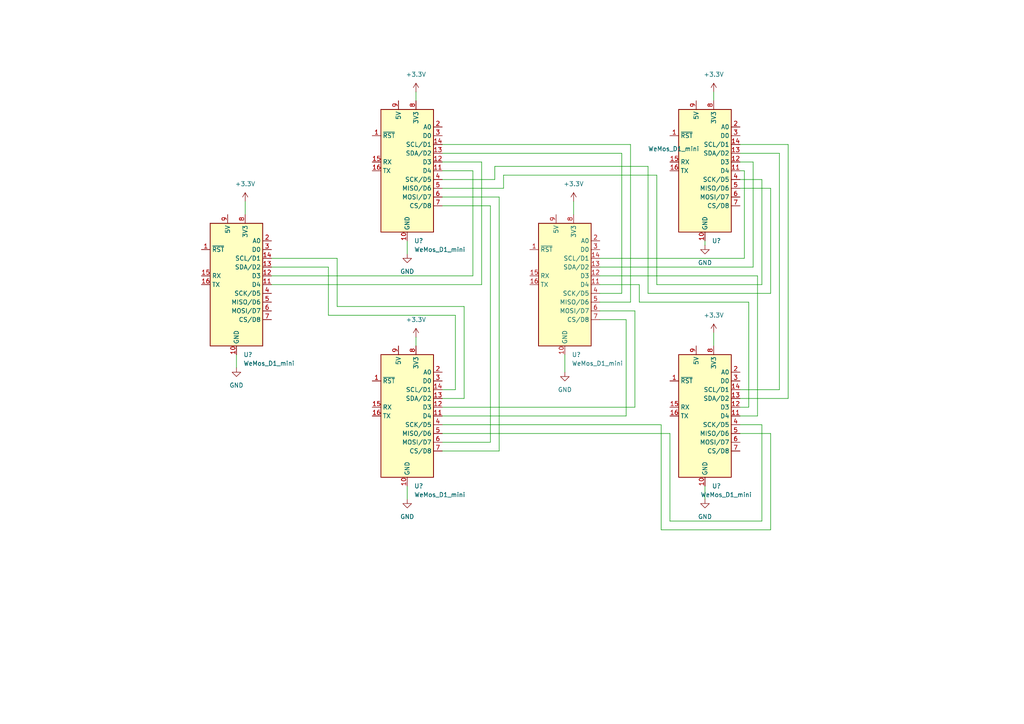
<source format=kicad_sch>
(kicad_sch (version 20211123) (generator eeschema)
  (paper "A4")
  (lib_symbols
    (symbol "MCU_Module:WeMos_D1_mini"
      (property "Reference" "U" (at 3.81 19.05 0))
      (property "Value" "WeMos_D1_mini" (at 1.27 -19.05 0))
      (symbol "WeMos_D1_mini_1_1"
        (rectangle (start -7.62 17.78) (end 7.62 -17.78) (stroke (width 0.254)) (fill (type background)))
        (pin input line (at -10.16 10.16 0) (length 2.54) (name "~{RST}") (number "1"))
        (pin power_in line (at 0 -20.32 90) (length 2.54) (name "GND") (number "10"))
        (pin bidirectional line (at 10.16 0 180) (length 2.54) (name "D4") (number "11"))
        (pin bidirectional line (at 10.16 2.54 180) (length 2.54) (name "D3") (number "12"))
        (pin bidirectional line (at 10.16 5.08 180) (length 2.54) (name "SDA/D2") (number "13"))
        (pin bidirectional line (at 10.16 7.62 180) (length 2.54) (name "SCL/D1") (number "14"))
        (pin input line (at -10.16 2.54 0) (length 2.54) (name "RX") (number "15"))
        (pin output line (at -10.16 0 0) (length 2.54) (name "TX") (number "16"))
        (pin input line (at 10.16 12.7 180) (length 2.54) (name "A0") (number "2"))
        (pin bidirectional line (at 10.16 10.16 180) (length 2.54) (name "D0") (number "3"))
        (pin bidirectional line (at 10.16 -2.54 180) (length 2.54) (name "SCK/D5") (number "4"))
        (pin bidirectional line (at 10.16 -5.08 180) (length 2.54) (name "MISO/D6") (number "5"))
        (pin bidirectional line (at 10.16 -7.62 180) (length 2.54) (name "MOSI/D7") (number "6"))
        (pin bidirectional line (at 10.16 -10.16 180) (length 2.54) (name "CS/D8") (number "7"))
        (pin power_out line (at 2.54 20.32 270) (length 2.54) (name "3V3") (number "8"))
        (pin power_in line (at -2.54 20.32 270) (length 2.54) (name "5V") (number "9"))
      )
    )
    (symbol "power:+3.3V" (power) (pin_names (offset 0))
      (property "Value" "+3.3V" (at 0 3.556 0))
      (symbol "+3.3V_0_1"
        (polyline (pts (xy -0.762 1.27) (xy 0 2.54)))
        (polyline (pts (xy 0 0) (xy 0 2.54)))
        (polyline (pts (xy 0 2.54) (xy 0.762 1.27)))
      )
      (symbol "+3.3V_1_1"
        (pin power_in line (at 0 0 90) (length 0) hide (name "+3.3V") (number "1"))
      )
    )
    (symbol "power:GND" (power) (pin_names (offset 0))
      (property "Value" "GND" (at 0 -3.81 0))
      (symbol "GND_0_1"
        (polyline (pts (xy 0 0) (xy 0 -1.27) (xy 1.27 -1.27) (xy 0 -2.54) (xy -1.27 -1.27) (xy 0 -1.27)))
      )
      (symbol "GND_1_1"
        (pin power_in line (at 0 0 270) (length 0) hide (name "GND") (number "1"))
      )
    )
  )
  (wire (pts (xy 180.34 44.45) (xy 128.27 44.45)))
  (wire (pts (xy 173.99 85.09) (xy 180.34 85.09)))
  (wire (pts (xy 128.27 46.99) (xy 139.7 46.99)))
  (wire (pts (xy 142.24 59.69) (xy 142.24 128.27)))
  (wire (pts (xy 173.99 77.47) (xy 218.44 77.47)))
  (wire (pts (xy 97.79 74.93) (xy 97.79 88.9)))
  (wire (pts (xy 219.71 120.65) (xy 214.63 120.65)))
  (wire (pts (xy 214.63 41.91) (xy 228.6 41.91)))
  (wire (pts (xy 118.11 140.97) (xy 118.11 144.78)))
  (wire (pts (xy 71.12 58.42) (xy 71.12 62.23)))
  (wire (pts (xy 137.16 49.53) (xy 128.27 49.53)))
  (wire (pts (xy 142.24 128.27) (xy 128.27 128.27)))
  (wire (pts (xy 207.01 26.67) (xy 207.01 29.21)))
  (wire (pts (xy 78.74 80.01) (xy 137.16 80.01)))
  (wire (pts (xy 173.99 90.17) (xy 184.15 90.17)))
  (wire (pts (xy 128.27 125.73) (xy 194.31 125.73)))
  (wire (pts (xy 219.71 80.01) (xy 219.71 120.65)))
  (wire (pts (xy 173.99 82.55) (xy 185.42 82.55)))
  (wire (pts (xy 128.27 59.69) (xy 142.24 59.69)))
  (wire (pts (xy 139.7 82.55) (xy 139.7 46.99)))
  (wire (pts (xy 68.58 102.87) (xy 68.58 106.68)))
  (wire (pts (xy 223.52 153.67) (xy 191.77 153.67)))
  (wire (pts (xy 143.51 52.07) (xy 143.51 48.26)))
  (wire (pts (xy 220.98 151.13) (xy 220.98 123.19)))
  (wire (pts (xy 223.52 85.09) (xy 223.52 54.61)))
  (wire (pts (xy 215.9 74.93) (xy 173.99 74.93)))
  (wire (pts (xy 191.77 153.67) (xy 191.77 123.19)))
  (wire (pts (xy 182.88 87.63) (xy 173.99 87.63)))
  (wire (pts (xy 204.47 69.85) (xy 204.47 71.12)))
  (wire (pts (xy 97.79 88.9) (xy 134.62 88.9)))
  (wire (pts (xy 187.96 48.26) (xy 187.96 85.09)))
  (wire (pts (xy 137.16 80.01) (xy 137.16 49.53)))
  (wire (pts (xy 218.44 77.47) (xy 218.44 46.99)))
  (wire (pts (xy 128.27 52.07) (xy 143.51 52.07)))
  (wire (pts (xy 128.27 57.15) (xy 144.78 57.15)))
  (wire (pts (xy 204.47 140.97) (xy 204.47 144.78)))
  (wire (pts (xy 143.51 48.26) (xy 187.96 48.26)))
  (wire (pts (xy 128.27 118.11) (xy 184.15 118.11)))
  (wire (pts (xy 207.01 96.52) (xy 207.01 100.33)))
  (wire (pts (xy 163.83 102.87) (xy 163.83 107.95)))
  (wire (pts (xy 166.37 58.42) (xy 166.37 62.23)))
  (wire (pts (xy 134.62 88.9) (xy 134.62 115.57)))
  (wire (pts (xy 214.63 125.73) (xy 223.52 125.73)))
  (wire (pts (xy 220.98 52.07) (xy 214.63 52.07)))
  (wire (pts (xy 220.98 82.55) (xy 220.98 52.07)))
  (wire (pts (xy 144.78 57.15) (xy 144.78 130.81)))
  (wire (pts (xy 187.96 85.09) (xy 223.52 85.09)))
  (wire (pts (xy 173.99 80.01) (xy 219.71 80.01)))
  (wire (pts (xy 223.52 54.61) (xy 214.63 54.61)))
  (wire (pts (xy 190.5 50.8) (xy 190.5 82.55)))
  (wire (pts (xy 118.11 69.85) (xy 118.11 73.66)))
  (wire (pts (xy 132.08 91.44) (xy 132.08 113.03)))
  (wire (pts (xy 226.06 113.03) (xy 226.06 44.45)))
  (wire (pts (xy 120.65 26.67) (xy 120.65 29.21)))
  (wire (pts (xy 128.27 41.91) (xy 182.88 41.91)))
  (wire (pts (xy 146.05 50.8) (xy 190.5 50.8)))
  (wire (pts (xy 214.63 118.11) (xy 217.17 118.11)))
  (wire (pts (xy 78.74 82.55) (xy 139.7 82.55)))
  (wire (pts (xy 78.74 74.93) (xy 97.79 74.93)))
  (wire (pts (xy 146.05 54.61) (xy 146.05 50.8)))
  (wire (pts (xy 214.63 115.57) (xy 228.6 115.57)))
  (wire (pts (xy 184.15 90.17) (xy 184.15 118.11)))
  (wire (pts (xy 194.31 151.13) (xy 220.98 151.13)))
  (wire (pts (xy 185.42 87.63) (xy 217.17 87.63)))
  (wire (pts (xy 185.42 82.55) (xy 185.42 87.63)))
  (wire (pts (xy 95.25 91.44) (xy 132.08 91.44)))
  (wire (pts (xy 95.25 77.47) (xy 95.25 91.44)))
  (wire (pts (xy 220.98 123.19) (xy 214.63 123.19)))
  (wire (pts (xy 128.27 54.61) (xy 146.05 54.61)))
  (wire (pts (xy 228.6 115.57) (xy 228.6 41.91)))
  (wire (pts (xy 214.63 46.99) (xy 218.44 46.99)))
  (wire (pts (xy 180.34 85.09) (xy 180.34 44.45)))
  (wire (pts (xy 181.61 120.65) (xy 128.27 120.65)))
  (wire (pts (xy 128.27 113.03) (xy 132.08 113.03)))
  (wire (pts (xy 190.5 82.55) (xy 220.98 82.55)))
  (wire (pts (xy 223.52 125.73) (xy 223.52 153.67)))
  (wire (pts (xy 214.63 49.53) (xy 215.9 49.53)))
  (wire (pts (xy 182.88 41.91) (xy 182.88 87.63)))
  (wire (pts (xy 120.65 97.79) (xy 120.65 100.33)))
  (wire (pts (xy 215.9 49.53) (xy 215.9 74.93)))
  (wire (pts (xy 194.31 125.73) (xy 194.31 151.13)))
  (wire (pts (xy 173.99 92.71) (xy 181.61 92.71)))
  (wire (pts (xy 78.74 77.47) (xy 95.25 77.47)))
  (wire (pts (xy 144.78 130.81) (xy 128.27 130.81)))
  (wire (pts (xy 181.61 92.71) (xy 181.61 120.65)))
  (wire (pts (xy 134.62 115.57) (xy 128.27 115.57)))
  (wire (pts (xy 217.17 87.63) (xy 217.17 118.11)))
  (wire (pts (xy 214.63 113.03) (xy 226.06 113.03)))
  (wire (pts (xy 214.63 44.45) (xy 226.06 44.45)))
  (wire (pts (xy 128.27 123.19) (xy 191.77 123.19)))
  (symbol (lib_id "MCU_Module:WeMos_D1_mini") (at 68.58 82.55 0) (unit 1)
    (property "Reference" "U?" (at 70.5994 102.87 0) (effects (justify left)))
    (property "Value" "WeMos_D1_mini" (at 70.5994 105.41 0) (effects (justify left)))
    (property "Footprint" "Module:WEMOS_D1_mini_light" (effects hide))
    (property "Datasheet" "https://wiki.wemos.cc/products:d1:d1_mini#documentation" (effects hide))
  )
  (symbol (lib_id "power:GND") (at 163.83 107.95 0) (unit 1)
    (property "Reference" "#PWR?" (effects hide))
    (property "Value" "GND" (at 163.83 113.03 0))
  )
  (symbol (lib_id "power:GND") (at 204.47 144.78 0) (unit 1)
    (property "Reference" "#PWR?" (effects hide))
    (property "Value" "GND" (at 204.47 149.86 0))
  )
  (symbol (lib_id "MCU_Module:WeMos_D1_mini") (at 118.11 120.65 0) (unit 1)
    (property "Reference" "U?" (at 120.1294 140.97 0) (effects (justify left)))
    (property "Value" "WeMos_D1_mini" (at 120.1294 143.51 0) (effects (justify left)))
    (property "Footprint" "Module:WEMOS_D1_mini_light" (effects hide))
    (property "Datasheet" "https://wiki.wemos.cc/products:d1:d1_mini#documentation" (effects hide))
  )
  (symbol (lib_id "power:GND") (at 118.11 73.66 0) (unit 1)
    (property "Reference" "#PWR?" (effects hide))
    (property "Value" "GND" (at 118.11 78.74 0))
  )
  (symbol (lib_id "power:+3.3V") (at 71.12 58.42 0) (unit 1)
    (property "Reference" "#PWR?" (effects hide))
    (property "Value" "+3.3V" (at 71.12 53.34 0))
  )
  (symbol (lib_id "power:GND") (at 204.47 71.12 0) (unit 1)
    (property "Reference" "#PWR?" (effects hide))
    (property "Value" "GND" (at 204.47 76.2 0))
  )
  (symbol (lib_id "power:+3.3V") (at 207.01 96.52 0) (unit 1)
    (property "Reference" "#PWR?" (effects hide))
    (property "Value" "+3.3V" (at 207.01 91.44 0))
  )
  (symbol (lib_id "power:+3.3V") (at 120.65 97.79 0) (unit 1)
    (property "Reference" "#PWR?" (effects hide))
    (property "Value" "+3.3V" (at 120.65 92.71 0))
  )
  (symbol (lib_id "MCU_Module:WeMos_D1_mini") (at 204.47 120.65 0) (unit 1)
    (property "Reference" "U?" (at 206.4894 140.97 0) (effects (justify left)))
    (property "Value" "WeMos_D1_mini" (at 203.2 143.51 0) (effects (justify left)))
    (property "Footprint" "Module:WEMOS_D1_mini_light" (effects hide))
    (property "Datasheet" "https://wiki.wemos.cc/products:d1:d1_mini#documentation" (effects hide))
  )
  (symbol (lib_id "power:+3.3V") (at 120.65 26.67 0) (unit 1)
    (property "Reference" "#PWR?" (effects hide))
    (property "Value" "+3.3V" (at 120.65 21.59 0))
  )
  (symbol (lib_id "MCU_Module:WeMos_D1_mini") (at 204.47 49.53 0) (unit 1)
    (property "Reference" "U?" (at 206.4894 69.85 0) (effects (justify left)))
    (property "Value" "WeMos_D1_mini" (at 187.96 43.18 0) (effects (justify left)))
    (property "Footprint" "Module:WEMOS_D1_mini_light" (effects hide))
    (property "Datasheet" "https://wiki.wemos.cc/products:d1:d1_mini#documentation" (effects hide))
  )
  (symbol (lib_id "power:+3.3V") (at 166.37 58.42 0) (unit 1)
    (property "Reference" "#PWR?" (effects hide))
    (property "Value" "+3.3V" (at 166.37 53.34 0))
  )
  (symbol (lib_id "power:+3.3V") (at 207.01 26.67 0) (unit 1)
    (property "Reference" "#PWR?" (effects hide))
    (property "Value" "+3.3V" (at 207.01 21.59 0))
  )
  (symbol (lib_id "MCU_Module:WeMos_D1_mini") (at 118.11 49.53 0) (unit 1)
    (property "Reference" "U?" (at 120.1294 69.85 0) (effects (justify left)))
    (property "Value" "WeMos_D1_mini" (at 120.1294 72.39 0) (effects (justify left)))
    (property "Footprint" "Module:WEMOS_D1_mini_light" (effects hide))
    (property "Datasheet" "https://wiki.wemos.cc/products:d1:d1_mini#documentation" (effects hide))
  )
  (symbol (lib_id "MCU_Module:WeMos_D1_mini") (at 163.83 82.55 0) (unit 1)
    (property "Reference" "U?" (at 165.8494 102.87 0) (effects (justify left)))
    (property "Value" "WeMos_D1_mini" (at 165.8494 105.41 0) (effects (justify left)))
    (property "Footprint" "Module:WEMOS_D1_mini_light" (effects hide))
    (property "Datasheet" "https://wiki.wemos.cc/products:d1:d1_mini#documentation" (effects hide))
  )
  (symbol (lib_id "power:GND") (at 118.11 144.78 0) (unit 1)
    (property "Reference" "#PWR?" (effects hide))
    (property "Value" "GND" (at 118.11 149.86 0))
  )
  (symbol (lib_id "power:GND") (at 68.58 106.68 0) (unit 1)
    (property "Reference" "#PWR?" (effects hide))
    (property "Value" "GND" (at 68.58 111.76 0))
  )
)
</source>
